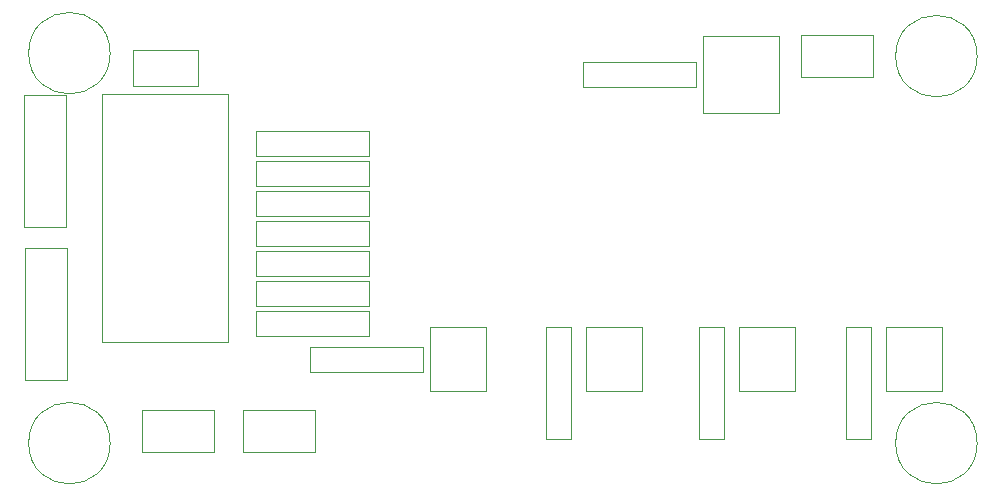
<source format=gbr>
G04 #@! TF.GenerationSoftware,KiCad,Pcbnew,(5.1.4-0-10_14)*
G04 #@! TF.CreationDate,2021-02-01T23:42:12+01:00*
G04 #@! TF.ProjectId,Display7447,44697370-6c61-4793-9734-34372e6b6963,rev?*
G04 #@! TF.SameCoordinates,Original*
G04 #@! TF.FileFunction,Other,User*
%FSLAX46Y46*%
G04 Gerber Fmt 4.6, Leading zero omitted, Abs format (unit mm)*
G04 Created by KiCad (PCBNEW (5.1.4-0-10_14)) date 2021-02-01 23:42:12*
%MOMM*%
%LPD*%
G04 APERTURE LIST*
%ADD10C,0.050000*%
G04 APERTURE END LIST*
D10*
X94718000Y-25122000D02*
X94718000Y-22122000D01*
X94718000Y-22122000D02*
X89218000Y-22122000D01*
X89218000Y-22122000D02*
X89218000Y-25122000D01*
X89218000Y-25122000D02*
X94718000Y-25122000D01*
X143936000Y-27380000D02*
X143936000Y-20880000D01*
X143936000Y-20880000D02*
X137486000Y-20880000D01*
X137486000Y-20880000D02*
X137486000Y-27380000D01*
X137486000Y-27380000D02*
X143936000Y-27380000D01*
X87270000Y-22352000D02*
G75*
G03X87270000Y-22352000I-3450000J0D01*
G01*
X160676000Y-22606000D02*
G75*
G03X160676000Y-22606000I-3450000J0D01*
G01*
X87270000Y-55372000D02*
G75*
G03X87270000Y-55372000I-3450000J0D01*
G01*
X160676000Y-55372000D02*
G75*
G03X160676000Y-55372000I-3450000J0D01*
G01*
X79988000Y-37086000D02*
X79988000Y-25886000D01*
X83538000Y-37086000D02*
X79988000Y-37086000D01*
X83538000Y-25886000D02*
X83538000Y-37086000D01*
X79988000Y-25886000D02*
X83538000Y-25886000D01*
X89934000Y-52556000D02*
X96034000Y-52556000D01*
X89934000Y-56106000D02*
X89934000Y-52556000D01*
X96034000Y-56106000D02*
X89934000Y-56106000D01*
X96034000Y-52556000D02*
X96034000Y-56106000D01*
X145774000Y-24406000D02*
X145774000Y-20856000D01*
X145774000Y-20856000D02*
X151874000Y-20856000D01*
X151874000Y-20856000D02*
X151874000Y-24406000D01*
X151874000Y-24406000D02*
X145774000Y-24406000D01*
X83588000Y-50060000D02*
X80038000Y-50060000D01*
X80038000Y-50060000D02*
X80038000Y-38860000D01*
X80038000Y-38860000D02*
X83588000Y-38860000D01*
X83588000Y-38860000D02*
X83588000Y-50060000D01*
X98530000Y-52556000D02*
X104630000Y-52556000D01*
X104630000Y-52556000D02*
X104630000Y-56106000D01*
X104630000Y-56106000D02*
X98530000Y-56106000D01*
X98530000Y-56106000D02*
X98530000Y-52556000D01*
X114364000Y-50990000D02*
X114364000Y-45530000D01*
X114364000Y-50990000D02*
X119104000Y-50990000D01*
X119104000Y-45530000D02*
X114364000Y-45530000D01*
X119104000Y-45530000D02*
X119104000Y-50990000D01*
X132312000Y-45530000D02*
X132312000Y-50990000D01*
X132312000Y-45530000D02*
X127572000Y-45530000D01*
X127572000Y-50990000D02*
X132312000Y-50990000D01*
X127572000Y-50990000D02*
X127572000Y-45530000D01*
X140526000Y-50990000D02*
X140526000Y-45530000D01*
X140526000Y-50990000D02*
X145266000Y-50990000D01*
X145266000Y-45530000D02*
X140526000Y-45530000D01*
X145266000Y-45530000D02*
X145266000Y-50990000D01*
X157712000Y-45530000D02*
X157712000Y-50990000D01*
X157712000Y-45530000D02*
X152972000Y-45530000D01*
X152972000Y-50990000D02*
X157712000Y-50990000D01*
X152972000Y-50990000D02*
X152972000Y-45530000D01*
X127320000Y-25180000D02*
X136840000Y-25180000D01*
X127320000Y-23080000D02*
X127320000Y-25180000D01*
X136840000Y-23080000D02*
X127320000Y-23080000D01*
X136840000Y-25180000D02*
X136840000Y-23080000D01*
X109154000Y-36102000D02*
X109154000Y-34002000D01*
X109154000Y-34002000D02*
X99634000Y-34002000D01*
X99634000Y-34002000D02*
X99634000Y-36102000D01*
X99634000Y-36102000D02*
X109154000Y-36102000D01*
X99634000Y-38642000D02*
X109154000Y-38642000D01*
X99634000Y-36542000D02*
X99634000Y-38642000D01*
X109154000Y-36542000D02*
X99634000Y-36542000D01*
X109154000Y-38642000D02*
X109154000Y-36542000D01*
X109154000Y-41182000D02*
X109154000Y-39082000D01*
X109154000Y-39082000D02*
X99634000Y-39082000D01*
X99634000Y-39082000D02*
X99634000Y-41182000D01*
X99634000Y-41182000D02*
X109154000Y-41182000D01*
X99634000Y-43722000D02*
X109154000Y-43722000D01*
X99634000Y-41622000D02*
X99634000Y-43722000D01*
X109154000Y-41622000D02*
X99634000Y-41622000D01*
X109154000Y-43722000D02*
X109154000Y-41622000D01*
X109154000Y-46262000D02*
X109154000Y-44162000D01*
X109154000Y-44162000D02*
X99634000Y-44162000D01*
X99634000Y-44162000D02*
X99634000Y-46262000D01*
X99634000Y-46262000D02*
X109154000Y-46262000D01*
X99634000Y-31022000D02*
X109154000Y-31022000D01*
X99634000Y-28922000D02*
X99634000Y-31022000D01*
X109154000Y-28922000D02*
X99634000Y-28922000D01*
X109154000Y-31022000D02*
X109154000Y-28922000D01*
X109154000Y-33562000D02*
X109154000Y-31462000D01*
X109154000Y-31462000D02*
X99634000Y-31462000D01*
X99634000Y-31462000D02*
X99634000Y-33562000D01*
X99634000Y-33562000D02*
X109154000Y-33562000D01*
X104206000Y-49310000D02*
X113726000Y-49310000D01*
X104206000Y-47210000D02*
X104206000Y-49310000D01*
X113726000Y-47210000D02*
X104206000Y-47210000D01*
X113726000Y-49310000D02*
X113726000Y-47210000D01*
X126272000Y-55052000D02*
X126272000Y-45532000D01*
X124172000Y-55052000D02*
X126272000Y-55052000D01*
X124172000Y-45532000D02*
X124172000Y-55052000D01*
X126272000Y-45532000D02*
X124172000Y-45532000D01*
X139226000Y-45532000D02*
X137126000Y-45532000D01*
X137126000Y-45532000D02*
X137126000Y-55052000D01*
X137126000Y-55052000D02*
X139226000Y-55052000D01*
X139226000Y-55052000D02*
X139226000Y-45532000D01*
X151672000Y-45532000D02*
X149572000Y-45532000D01*
X149572000Y-45532000D02*
X149572000Y-55052000D01*
X149572000Y-55052000D02*
X151672000Y-55052000D01*
X151672000Y-55052000D02*
X151672000Y-45532000D01*
X86588000Y-25832000D02*
X86588000Y-46832000D01*
X86588000Y-46832000D02*
X97288000Y-46832000D01*
X97288000Y-46832000D02*
X97288000Y-25832000D01*
X97288000Y-25832000D02*
X86588000Y-25832000D01*
M02*

</source>
